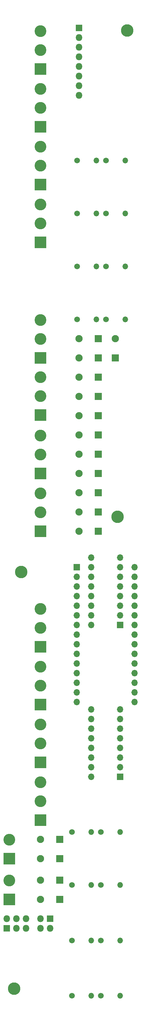
<source format=gbs>
%TF.GenerationSoftware,KiCad,Pcbnew,(5.1.6-0-10_14)*%
%TF.CreationDate,2020-09-12T21:29:34-04:00*%
%TF.ProjectId,smart-o-harp,736d6172-742d-46f2-9d68-6172702e6b69,rev?*%
%TF.SameCoordinates,Original*%
%TF.FileFunction,Soldermask,Bot*%
%TF.FilePolarity,Negative*%
%FSLAX46Y46*%
G04 Gerber Fmt 4.6, Leading zero omitted, Abs format (unit mm)*
G04 Created by KiCad (PCBNEW (5.1.6-0-10_14)) date 2020-09-12 21:29:34*
%MOMM*%
%LPD*%
G01*
G04 APERTURE LIST*
%ADD10R,1.800000X1.800000*%
%ADD11O,1.800000X1.800000*%
%ADD12O,1.500000X1.500000*%
%ADD13C,1.500000*%
%ADD14C,3.100000*%
%ADD15R,3.100000X3.100000*%
%ADD16O,1.900000X1.900000*%
%ADD17R,1.900000X1.900000*%
%ADD18R,1.700000X1.700000*%
%ADD19O,1.700000X1.700000*%
%ADD20C,3.300000*%
G04 APERTURE END LIST*
D10*
%TO.C,keypad1*%
X2540000Y-13335000D03*
D11*
X2540000Y-15875000D03*
X2540000Y-18415000D03*
X2540000Y-20955000D03*
X2540000Y-23495000D03*
X2540000Y-26035000D03*
X2540000Y-28575000D03*
X2540000Y-31115000D03*
%TD*%
D12*
%TO.C,R16*%
X7112000Y-48260000D03*
D13*
X2032000Y-48260000D03*
%TD*%
D12*
%TO.C,R15*%
X14732000Y-48260000D03*
D13*
X9652000Y-48260000D03*
%TD*%
D12*
%TO.C,R14*%
X7112000Y-62230000D03*
D13*
X2032000Y-62230000D03*
%TD*%
D12*
%TO.C,R13*%
X14732000Y-62230000D03*
D13*
X9652000Y-62230000D03*
%TD*%
D12*
%TO.C,R12*%
X7112000Y-76200000D03*
D13*
X2032000Y-76200000D03*
%TD*%
D12*
%TO.C,R11*%
X14732000Y-76200000D03*
D13*
X9652000Y-76200000D03*
%TD*%
D12*
%TO.C,R10*%
X7112000Y-90170000D03*
D13*
X2032000Y-90170000D03*
%TD*%
D12*
%TO.C,R9*%
X14732000Y-90170000D03*
D13*
X9652000Y-90170000D03*
%TD*%
D12*
%TO.C,R8*%
X5715000Y-225425000D03*
D13*
X635000Y-225425000D03*
%TD*%
D12*
%TO.C,R7*%
X13335000Y-225425000D03*
D13*
X8255000Y-225425000D03*
%TD*%
D12*
%TO.C,R6*%
X5715000Y-239395000D03*
D13*
X635000Y-239395000D03*
%TD*%
D12*
%TO.C,R5*%
X13335000Y-239395000D03*
D13*
X8255000Y-239395000D03*
%TD*%
D12*
%TO.C,R4*%
X5715000Y-254000000D03*
D13*
X635000Y-254000000D03*
%TD*%
D12*
%TO.C,R3*%
X13335000Y-254000000D03*
D13*
X8255000Y-254000000D03*
%TD*%
D12*
%TO.C,R2*%
X5715000Y-268605000D03*
D13*
X635000Y-268605000D03*
%TD*%
D12*
%TO.C,R1*%
X13335000Y-268605000D03*
D13*
X8255000Y-268605000D03*
%TD*%
D14*
%TO.C,C#_D_D#2*%
X-7620000Y-136050000D03*
X-7620000Y-141050000D03*
D15*
X-7620000Y-146050000D03*
%TD*%
D14*
%TO.C,E_F_F#1*%
X-7620000Y-44610000D03*
X-7620000Y-49610000D03*
D15*
X-7620000Y-54610000D03*
%TD*%
D16*
%TO.C,D8*%
X2540000Y-135890000D03*
D17*
X7620000Y-135890000D03*
%TD*%
D18*
%TO.C,U2*%
X13335000Y-170815000D03*
D19*
X5715000Y-153035000D03*
X13335000Y-168275000D03*
X5715000Y-155575000D03*
X13335000Y-165735000D03*
X5715000Y-158115000D03*
X13335000Y-163195000D03*
X5715000Y-160655000D03*
X13335000Y-160655000D03*
X5715000Y-163195000D03*
X13335000Y-158115000D03*
X5715000Y-165735000D03*
X13335000Y-155575000D03*
X5715000Y-168275000D03*
X13335000Y-153035000D03*
X5715000Y-170815000D03*
%TD*%
D14*
%TO.C,J3*%
X-15875000Y-227410000D03*
D15*
X-15875000Y-232410000D03*
%TD*%
D14*
%TO.C,J2*%
X-15875000Y-238205000D03*
D15*
X-15875000Y-243205000D03*
%TD*%
D14*
%TO.C,G_G#_A2*%
X-7620000Y-105410000D03*
X-7620000Y-110410000D03*
D15*
X-7620000Y-115410000D03*
%TD*%
D14*
%TO.C,G_G#_A1*%
X-7620000Y-29370000D03*
X-7620000Y-34370000D03*
D15*
X-7620000Y-39370000D03*
%TD*%
%TO.C,F_G_C1*%
X-7620000Y-222250000D03*
D14*
X-7620000Y-217250000D03*
X-7620000Y-212250000D03*
%TD*%
D15*
%TO.C,F#_G_A1*%
X-7620000Y-191770000D03*
D14*
X-7620000Y-186770000D03*
X-7620000Y-181770000D03*
%TD*%
%TO.C,E_F_F#2*%
X-7620000Y-120810000D03*
X-7620000Y-125810000D03*
D15*
X-7620000Y-130810000D03*
%TD*%
%TO.C,D_E_F1*%
X-7620000Y-207010000D03*
D14*
X-7620000Y-202010000D03*
X-7620000Y-197010000D03*
%TD*%
%TO.C,C#_D_D#1*%
X-7620000Y-59850000D03*
X-7620000Y-64850000D03*
D15*
X-7620000Y-69850000D03*
%TD*%
%TO.C,Bb_B_C3*%
X-7620000Y-176530000D03*
D14*
X-7620000Y-171530000D03*
X-7620000Y-166530000D03*
%TD*%
%TO.C,Bb_B_C2*%
X-7620000Y-90330000D03*
X-7620000Y-95330000D03*
D15*
X-7620000Y-100330000D03*
%TD*%
%TO.C,Bb_B_C1*%
X-7620000Y-24130000D03*
D14*
X-7620000Y-19130000D03*
X-7620000Y-14130000D03*
%TD*%
D20*
%TO.C,H4*%
X-14605000Y-266700000D03*
%TD*%
%TO.C,H3*%
X15240000Y-13970000D03*
%TD*%
%TO.C,H2*%
X-12700000Y-156845000D03*
%TD*%
%TO.C,H1*%
X12700000Y-142240000D03*
%TD*%
D16*
%TO.C,D17*%
X12065000Y-95250000D03*
D17*
X12065000Y-100330000D03*
%TD*%
D16*
%TO.C,D16*%
X2540000Y-95250000D03*
D17*
X7620000Y-95250000D03*
%TD*%
D16*
%TO.C,D15*%
X2540000Y-100330000D03*
D17*
X7620000Y-100330000D03*
%TD*%
D16*
%TO.C,D14*%
X2540000Y-105410000D03*
D17*
X7620000Y-105410000D03*
%TD*%
D16*
%TO.C,D13*%
X2540000Y-110490000D03*
D17*
X7620000Y-110490000D03*
%TD*%
D16*
%TO.C,D12*%
X2540000Y-115570000D03*
D17*
X7620000Y-115570000D03*
%TD*%
D16*
%TO.C,D11*%
X2540000Y-120650000D03*
D17*
X7620000Y-120650000D03*
%TD*%
D16*
%TO.C,D10*%
X2540000Y-125730000D03*
D17*
X7620000Y-125730000D03*
%TD*%
D16*
%TO.C,D9*%
X2540000Y-130810000D03*
D17*
X7620000Y-130810000D03*
%TD*%
D16*
%TO.C,D6*%
X2540000Y-140970000D03*
D17*
X7620000Y-140970000D03*
%TD*%
D16*
%TO.C,D5*%
X2540000Y-146050000D03*
D17*
X7620000Y-146050000D03*
%TD*%
D16*
%TO.C,D4*%
X-7620000Y-227330000D03*
D17*
X-2540000Y-227330000D03*
%TD*%
D16*
%TO.C,D3*%
X-7620000Y-232410000D03*
D17*
X-2540000Y-232410000D03*
%TD*%
D16*
%TO.C,D2*%
X-7620000Y-238125000D03*
D17*
X-2540000Y-238125000D03*
%TD*%
D16*
%TO.C,D1*%
X-7620000Y-243205000D03*
D17*
X-2540000Y-243205000D03*
%TD*%
D10*
%TO.C,J1*%
X-5080000Y-248285000D03*
D11*
X-5080000Y-250825000D03*
X-7620000Y-248285000D03*
X-7620000Y-250825000D03*
%TD*%
D18*
%TO.C,A1*%
X1905000Y-155575000D03*
D19*
X17145000Y-188595000D03*
X1905000Y-158115000D03*
X17145000Y-186055000D03*
X1905000Y-160655000D03*
X17145000Y-183515000D03*
X1905000Y-163195000D03*
X17145000Y-180975000D03*
X1905000Y-165735000D03*
X17145000Y-178435000D03*
X1905000Y-168275000D03*
X17145000Y-175895000D03*
X1905000Y-170815000D03*
X17145000Y-173355000D03*
X1905000Y-173355000D03*
X17145000Y-170815000D03*
X1905000Y-175895000D03*
X17145000Y-168275000D03*
X1905000Y-178435000D03*
X17145000Y-165735000D03*
X1905000Y-180975000D03*
X17145000Y-163195000D03*
X1905000Y-183515000D03*
X17145000Y-160655000D03*
X1905000Y-186055000D03*
X17145000Y-158115000D03*
X1905000Y-188595000D03*
X17145000Y-155575000D03*
X1905000Y-191135000D03*
X17145000Y-191135000D03*
%TD*%
D10*
%TO.C,solenoid_power1*%
X-16510000Y-250825000D03*
D11*
X-16510000Y-248285000D03*
X-13970000Y-250825000D03*
X-13970000Y-248285000D03*
X-11430000Y-250825000D03*
X-11430000Y-248285000D03*
%TD*%
D19*
%TO.C,U1*%
X5715000Y-210820000D03*
X13335000Y-193040000D03*
X5715000Y-208280000D03*
X13335000Y-195580000D03*
X5715000Y-205740000D03*
X13335000Y-198120000D03*
X5715000Y-203200000D03*
X13335000Y-200660000D03*
X5715000Y-200660000D03*
X13335000Y-203200000D03*
X5715000Y-198120000D03*
X13335000Y-205740000D03*
X5715000Y-195580000D03*
X13335000Y-208280000D03*
X5715000Y-193040000D03*
D18*
X13335000Y-210820000D03*
%TD*%
M02*

</source>
